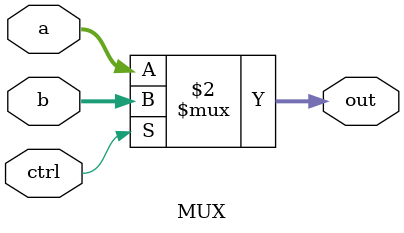
<source format=v>
`timescale 1ns / 1ps
module MUX(
	input [31:0] a,
	input [31:0] b,
	input ctrl,
	output [31:0] out
    );
assign out = (ctrl==1)?b:a;

endmodule

</source>
